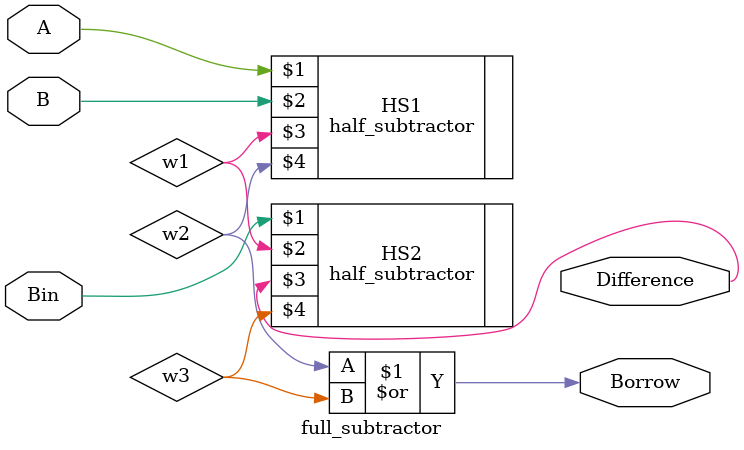
<source format=v>
module full_subtractor (input A, B, Bin, output Difference, Borrow);
	wire w1, w2, w3;
	half_subtractor HS1(A, B, w1, w2);
	half_subtractor HS2(Bin, w1, Difference, w3);
	or G1(Borrow, w2,w3);
endmodule

</source>
